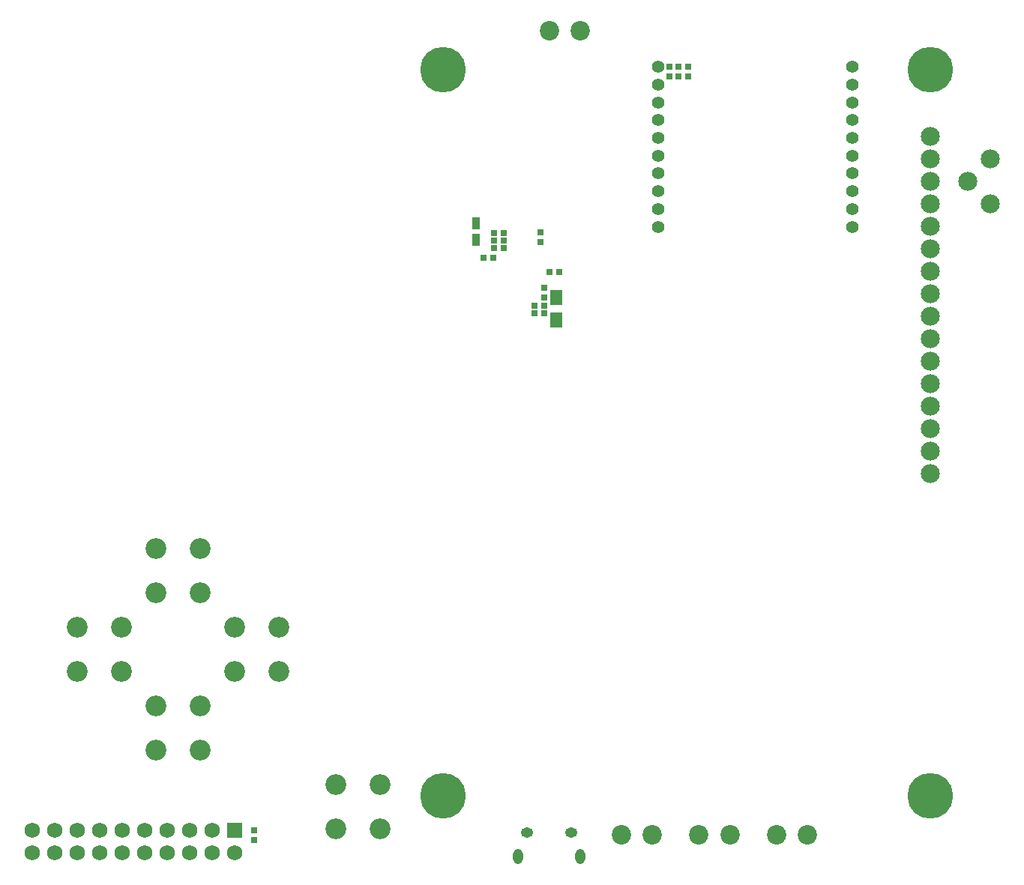
<source format=gbr>
G04 #@! TF.FileFunction,Soldermask,Bot*
%FSLAX46Y46*%
G04 Gerber Fmt 4.6, Leading zero omitted, Abs format (unit mm)*
G04 Created by KiCad (PCBNEW 4.0.5) date 05/26/17 17:20:31*
%MOMM*%
%LPD*%
G01*
G04 APERTURE LIST*
%ADD10C,0.025400*%
%ADD11C,1.422400*%
%ADD12O,1.402400X1.102400*%
%ADD13O,1.152400X1.702400*%
%ADD14R,1.402400X1.652400*%
%ADD15R,0.902400X1.352400*%
%ADD16R,0.652400X0.752400*%
%ADD17R,0.752400X0.652400*%
%ADD18C,2.352400*%
%ADD19C,2.152400*%
%ADD20C,5.152400*%
%ADD21C,2.192400*%
%ADD22R,1.741400X1.741400*%
%ADD23C,1.741400*%
G04 APERTURE END LIST*
D10*
D11*
X103710740Y72588120D03*
X103710740Y82621120D03*
X103710740Y84627720D03*
X103710740Y86634320D03*
X103710740Y88640920D03*
X103710740Y90647520D03*
X103710740Y80614520D03*
X103710740Y78607920D03*
X103710740Y76601320D03*
X103710740Y74594720D03*
X81714340Y74594720D03*
X81714340Y76601320D03*
X81714340Y78607920D03*
X81714340Y80614520D03*
X81714340Y90647520D03*
X81714340Y88640920D03*
X81714340Y86634320D03*
X81714340Y84627720D03*
X81714340Y82621120D03*
X81714340Y72588120D03*
D12*
X66902960Y4147800D03*
X71902960Y4147800D03*
D13*
X65902960Y1447800D03*
X72902960Y1447800D03*
D14*
X70228460Y62054420D03*
X70228460Y64554420D03*
D15*
X61193680Y73014880D03*
X61193680Y71114880D03*
D16*
X85102700Y90648880D03*
X85102700Y89548880D03*
X84040980Y90648880D03*
X84040980Y89548880D03*
X82979260Y90648880D03*
X82979260Y89548880D03*
X36144200Y4375240D03*
X36144200Y3275240D03*
D17*
X70595580Y67503040D03*
X69495580Y67503040D03*
X68855680Y63652400D03*
X67755680Y63652400D03*
D16*
X68450460Y71946860D03*
X68450460Y70846860D03*
X68905120Y64555280D03*
X68905120Y65655280D03*
D17*
X63206540Y70205600D03*
X64306540Y70205600D03*
X63206540Y71059040D03*
X64306540Y71059040D03*
X63206540Y71912480D03*
X64306540Y71912480D03*
X68855680Y62798960D03*
X67755680Y62798960D03*
X62020360Y69100700D03*
X63120360Y69100700D03*
D18*
X50320580Y9551040D03*
X50320580Y4551040D03*
X45320580Y9551040D03*
X45320580Y4551040D03*
X38890580Y27331040D03*
X38890580Y22331040D03*
X33890580Y27331040D03*
X33890580Y22331040D03*
X21110580Y27331040D03*
X21110580Y22331040D03*
X16110580Y27331040D03*
X16110580Y22331040D03*
X30000580Y36221040D03*
X30000580Y31221040D03*
X25000580Y36221040D03*
X25000580Y31221040D03*
X30000580Y18441040D03*
X30000580Y13441040D03*
X25000580Y18441040D03*
X25000580Y13441040D03*
D19*
X112440140Y57421720D03*
X112440140Y54881720D03*
X112440140Y52341720D03*
X112440140Y49801720D03*
X112440140Y47261720D03*
X112440140Y44721720D03*
X112440140Y59961720D03*
X112440140Y62501720D03*
X112440140Y65041720D03*
X112440140Y67581720D03*
X112440140Y70121720D03*
D20*
X112440140Y90321720D03*
X57440140Y90321720D03*
X57440140Y8321720D03*
X112440140Y8321720D03*
D19*
X112440140Y82821720D03*
X112440140Y80281720D03*
X112440140Y77741720D03*
X112440140Y75201720D03*
X112440140Y72661720D03*
D21*
X81089440Y3924300D03*
X77589440Y3924300D03*
X89844820Y3924300D03*
X86344820Y3924300D03*
X69474140Y94757240D03*
X72974140Y94757240D03*
X98600200Y3924300D03*
X95100200Y3924300D03*
D19*
X119280940Y75201780D03*
X116740940Y77741780D03*
X119280940Y80281780D03*
D22*
X33891220Y4376420D03*
D23*
X33891220Y1836420D03*
X31351220Y4376420D03*
X31351220Y1836420D03*
X28811220Y4376420D03*
X28811220Y1836420D03*
X26271220Y4376420D03*
X26271220Y1836420D03*
X23731220Y4376420D03*
X23731220Y1836420D03*
X21191220Y4376420D03*
X21191220Y1836420D03*
X18651220Y4376420D03*
X18651220Y1836420D03*
X16111220Y4376420D03*
X16111220Y1836420D03*
X13571220Y4376420D03*
X13571220Y1836420D03*
X11031220Y4376420D03*
X11031220Y1836420D03*
M02*

</source>
